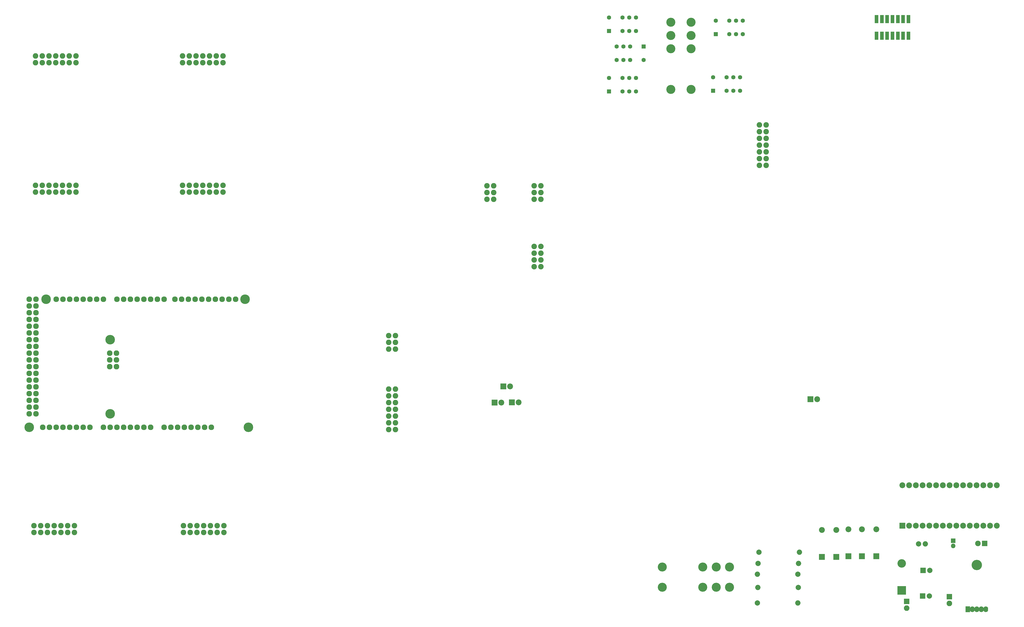
<source format=gbr>
G04 #@! TF.FileFunction,Soldermask,Top*
%FSLAX46Y46*%
G04 Gerber Fmt 4.6, Leading zero omitted, Abs format (unit mm)*
G04 Created by KiCad (PCBNEW 4.0.6) date 02/21/20 15:01:47*
%MOMM*%
%LPD*%
G01*
G04 APERTURE LIST*
%ADD10C,0.100000*%
%ADD11O,2.127200X2.127200*%
%ADD12C,3.600000*%
%ADD13C,2.082800*%
%ADD14R,2.000000X2.000000*%
%ADD15C,2.000000*%
%ADD16R,2.200000X2.200000*%
%ADD17C,2.200000*%
%ADD18O,2.200000X2.200000*%
%ADD19R,3.200000X3.200000*%
%ADD20O,3.200000X3.200000*%
%ADD21R,1.600000X1.600000*%
%ADD22C,1.600000*%
%ADD23R,2.100000X2.100000*%
%ADD24O,2.100000X2.100000*%
%ADD25R,1.750000X1.750000*%
%ADD26O,1.750000X1.750000*%
%ADD27C,3.400000*%
%ADD28O,3.900000X3.900000*%
%ADD29R,1.750000X2.200000*%
%ADD30O,1.750000X2.200000*%
%ADD31O,2.000000X2.000000*%
%ADD32R,1.400000X3.150000*%
G04 APERTURE END LIST*
D10*
D11*
X163932000Y-219456000D03*
X161392000Y-219456000D03*
X161392000Y-216916000D03*
X163932000Y-216916000D03*
X161392000Y-214376000D03*
X176759000Y-242316000D03*
X181839000Y-242316000D03*
X184379000Y-242316000D03*
X186919000Y-242316000D03*
X189459000Y-242316000D03*
X191999000Y-242316000D03*
X194539000Y-242316000D03*
X197079000Y-242316000D03*
X141199000Y-194056000D03*
X143739000Y-194056000D03*
X146279000Y-194056000D03*
X148819000Y-194056000D03*
X151359000Y-194056000D03*
X153899000Y-194056000D03*
X156439000Y-194056000D03*
X158979000Y-194056000D03*
X164059000Y-194056000D03*
X166599000Y-194056000D03*
X169139000Y-194056000D03*
X171679000Y-194056000D03*
X174219000Y-194056000D03*
X176759000Y-194056000D03*
X179299000Y-194056000D03*
X181839000Y-194056000D03*
X201143000Y-194056000D03*
X185903000Y-194056000D03*
X188443000Y-194056000D03*
X190983000Y-194056000D03*
D12*
X161519000Y-237236000D03*
X161519000Y-209296000D03*
X137389000Y-194056000D03*
X212319000Y-194056000D03*
X131039000Y-242316000D03*
X213589000Y-242316000D03*
D11*
X208763000Y-194056000D03*
X206223000Y-194056000D03*
X203683000Y-194056000D03*
X198603000Y-194056000D03*
X196063000Y-194056000D03*
X193523000Y-194056000D03*
X199619000Y-242316000D03*
X174219000Y-242316000D03*
X171679000Y-242316000D03*
X169139000Y-242316000D03*
X166599000Y-242316000D03*
X164059000Y-242316000D03*
X161519000Y-242316000D03*
X158979000Y-242316000D03*
X153899000Y-242316000D03*
X151359000Y-242316000D03*
X148819000Y-242316000D03*
X146279000Y-242316000D03*
X143739000Y-242316000D03*
X141199000Y-242316000D03*
X138659000Y-242316000D03*
X136119000Y-242316000D03*
X133579000Y-194056000D03*
X131039000Y-194056000D03*
X133579000Y-196596000D03*
X131039000Y-196596000D03*
X133579000Y-199136000D03*
X131039000Y-199136000D03*
X133579000Y-201676000D03*
X131039000Y-201676000D03*
X133579000Y-204216000D03*
X131039000Y-204216000D03*
X133579000Y-206756000D03*
X131039000Y-206756000D03*
X133579000Y-209296000D03*
X131039000Y-209296000D03*
X133579000Y-211836000D03*
X131039000Y-211836000D03*
X133579000Y-214376000D03*
X131039000Y-214376000D03*
X133579000Y-216916000D03*
X131039000Y-216916000D03*
X133579000Y-219456000D03*
X131039000Y-219456000D03*
X133579000Y-221996000D03*
X131039000Y-221996000D03*
X133579000Y-224536000D03*
X131039000Y-224536000D03*
X133579000Y-227076000D03*
X131039000Y-227076000D03*
X133579000Y-229616000D03*
X131039000Y-229616000D03*
X133579000Y-232156000D03*
X131039000Y-232156000D03*
X133579000Y-234696000D03*
X131039000Y-234696000D03*
X133579000Y-237236000D03*
X131039000Y-237236000D03*
X163932000Y-214376000D03*
D13*
X133400000Y-102400000D03*
X133400000Y-104940000D03*
X135940000Y-102400000D03*
X135940000Y-104940000D03*
X138480000Y-102400000D03*
X138480000Y-104940000D03*
X141020000Y-102400000D03*
X141020000Y-104940000D03*
X143560000Y-102400000D03*
X143560000Y-104940000D03*
X146100000Y-102400000D03*
X146100000Y-104940000D03*
X148640000Y-102400000D03*
X148640000Y-104940000D03*
X188800000Y-102400000D03*
X188800000Y-104940000D03*
X191340000Y-102400000D03*
X191340000Y-104940000D03*
X193880000Y-102400000D03*
X193880000Y-104940000D03*
X196420000Y-102400000D03*
X196420000Y-104940000D03*
X198960000Y-102400000D03*
X198960000Y-104940000D03*
X201500000Y-102400000D03*
X201500000Y-104940000D03*
X204040000Y-102400000D03*
X204040000Y-104940000D03*
X188800000Y-151200000D03*
X188800000Y-153740000D03*
X191340000Y-151200000D03*
X191340000Y-153740000D03*
X193880000Y-151200000D03*
X193880000Y-153740000D03*
X196420000Y-151200000D03*
X196420000Y-153740000D03*
X198960000Y-151200000D03*
X198960000Y-153740000D03*
X201500000Y-151200000D03*
X201500000Y-153740000D03*
X204040000Y-151200000D03*
X204040000Y-153740000D03*
X133400000Y-151200000D03*
X133400000Y-153740000D03*
X135940000Y-151200000D03*
X135940000Y-153740000D03*
X138480000Y-151200000D03*
X138480000Y-153740000D03*
X141020000Y-151200000D03*
X141020000Y-153740000D03*
X143560000Y-151200000D03*
X143560000Y-153740000D03*
X146100000Y-151200000D03*
X146100000Y-153740000D03*
X148640000Y-151200000D03*
X148640000Y-153740000D03*
X148100000Y-282000000D03*
X148100000Y-279460000D03*
X145560000Y-282000000D03*
X145560000Y-279460000D03*
X143020000Y-282000000D03*
X143020000Y-279460000D03*
X140480000Y-282000000D03*
X140480000Y-279460000D03*
X137940000Y-282000000D03*
X137940000Y-279460000D03*
X135400000Y-282000000D03*
X135400000Y-279460000D03*
X132860000Y-282000000D03*
X132860000Y-279460000D03*
X204343000Y-282000000D03*
X204343000Y-279460000D03*
X201803000Y-282000000D03*
X201803000Y-279460000D03*
X199263000Y-282000000D03*
X199263000Y-279460000D03*
X196723000Y-282000000D03*
X196723000Y-279460000D03*
X194183000Y-282000000D03*
X194183000Y-279460000D03*
X191643000Y-282000000D03*
X191643000Y-279460000D03*
X189103000Y-282000000D03*
X189103000Y-279460000D03*
X269000000Y-243200000D03*
X266460000Y-243200000D03*
X269000000Y-240660000D03*
X266460000Y-240660000D03*
X269000000Y-238120000D03*
X266460000Y-238120000D03*
X269000000Y-235580000D03*
X266460000Y-235580000D03*
X269000000Y-233040000D03*
X266460000Y-233040000D03*
X269000000Y-230500000D03*
X266460000Y-230500000D03*
X269000000Y-227960000D03*
X266460000Y-227960000D03*
X408600000Y-143600000D03*
X406060000Y-143600000D03*
X408600000Y-141060000D03*
X406060000Y-141060000D03*
X408600000Y-138520000D03*
X406060000Y-138520000D03*
X408600000Y-135980000D03*
X406060000Y-135980000D03*
X408600000Y-133440000D03*
X406060000Y-133440000D03*
X408600000Y-130900000D03*
X406060000Y-130900000D03*
X408600000Y-128360000D03*
X406060000Y-128360000D03*
X323800000Y-156400000D03*
X321260000Y-156400000D03*
X323800000Y-153860000D03*
X321260000Y-153860000D03*
X323800000Y-151320000D03*
X321260000Y-151320000D03*
X306000000Y-156400000D03*
X303460000Y-156400000D03*
X306000000Y-153860000D03*
X303460000Y-153860000D03*
X306000000Y-151320000D03*
X303460000Y-151320000D03*
X323800000Y-181800000D03*
X321260000Y-181800000D03*
X323800000Y-179260000D03*
X321260000Y-179260000D03*
X323800000Y-176720000D03*
X321260000Y-176720000D03*
X323800000Y-174180000D03*
X321260000Y-174180000D03*
D14*
X467538000Y-305918000D03*
D15*
X470038000Y-305918000D03*
D14*
X467716000Y-296316000D03*
D15*
X470216000Y-296316000D03*
D16*
X312852000Y-232995000D03*
D17*
X315392000Y-232995000D03*
D16*
X429616000Y-291236000D03*
D18*
X429616000Y-281076000D03*
D16*
X434975000Y-291186000D03*
D18*
X434975000Y-281026000D03*
D16*
X450113000Y-290957000D03*
D18*
X450113000Y-280797000D03*
D16*
X444627000Y-290957000D03*
D18*
X444627000Y-280797000D03*
D16*
X425298000Y-231800000D03*
D17*
X427838000Y-231800000D03*
D19*
X459613000Y-303809000D03*
D20*
X459613000Y-293649000D03*
D16*
X439598000Y-290957000D03*
D18*
X439598000Y-280797000D03*
D16*
X309601000Y-226924000D03*
D17*
X312141000Y-226924000D03*
D16*
X306350000Y-233071000D03*
D17*
X308890000Y-233071000D03*
D21*
X388622000Y-115519000D03*
D22*
X388622000Y-110439000D03*
X393702000Y-115519000D03*
X398782000Y-110439000D03*
X396242000Y-115519000D03*
X398782000Y-115519000D03*
X393702000Y-110439000D03*
X396242000Y-110439000D03*
D21*
X349455000Y-115748000D03*
D22*
X349455000Y-110668000D03*
X354535000Y-115748000D03*
X359615000Y-110668000D03*
X357075000Y-115748000D03*
X359615000Y-115748000D03*
X354535000Y-110668000D03*
X357075000Y-110668000D03*
D21*
X362431000Y-98882000D03*
D22*
X362431000Y-103962000D03*
X357351000Y-98882000D03*
X352271000Y-103962000D03*
X354811000Y-98882000D03*
X352271000Y-98882000D03*
X357351000Y-103962000D03*
X354811000Y-103962000D03*
D21*
X349404000Y-92964000D03*
D22*
X349404000Y-87884000D03*
X354484000Y-92964000D03*
X359564000Y-87884000D03*
X357024000Y-92964000D03*
X359564000Y-92964000D03*
X354484000Y-87884000D03*
X357024000Y-87884000D03*
D21*
X389638000Y-94183200D03*
D22*
X389638000Y-89103200D03*
X394718000Y-94183200D03*
X399798000Y-89103200D03*
X397258000Y-94183200D03*
X399798000Y-94183200D03*
X394718000Y-89103200D03*
X397258000Y-89103200D03*
D23*
X477596000Y-306172000D03*
D24*
X477596000Y-308712000D03*
D16*
X459892000Y-279476000D03*
D17*
X462432000Y-279476000D03*
X464972000Y-279476000D03*
X467512000Y-279476000D03*
X470052000Y-279476000D03*
X472592000Y-279476000D03*
X475132000Y-279476000D03*
X477672000Y-279476000D03*
X480212000Y-279476000D03*
X482752000Y-279476000D03*
X485292000Y-279476000D03*
X487832000Y-279476000D03*
X490372000Y-279476000D03*
X492912000Y-279476000D03*
X495452000Y-279476000D03*
X495452000Y-264236000D03*
X492912000Y-264236000D03*
X490372000Y-264236000D03*
X487832000Y-264236000D03*
X485292000Y-264236000D03*
X482752000Y-264236000D03*
X480212000Y-264236000D03*
X477672000Y-264236000D03*
X475132000Y-264236000D03*
X472592000Y-264236000D03*
X470052000Y-264236000D03*
X467512000Y-264236000D03*
X464972000Y-264236000D03*
X462432000Y-264236000D03*
X459892000Y-264236000D03*
D25*
X479069000Y-285090000D03*
D26*
X479069000Y-287090000D03*
D27*
X372720000Y-115011000D03*
X380340000Y-115011000D03*
X372720000Y-94691000D03*
X380340000Y-89691000D03*
X380340000Y-99691000D03*
X372720000Y-99691000D03*
X380340000Y-94691000D03*
X372720000Y-89691000D03*
D28*
X487956000Y-294236000D03*
D29*
X484556000Y-310896000D03*
D30*
X486256000Y-310896000D03*
X487956000Y-310896000D03*
X489656000Y-310896000D03*
X491356000Y-310896000D03*
D23*
X490880000Y-286131000D03*
D24*
X488340000Y-286131000D03*
D15*
X465988000Y-286334000D03*
D31*
X468528000Y-286334000D03*
D23*
X461518000Y-307950000D03*
D24*
X461518000Y-310490000D03*
D32*
X450184000Y-88543600D03*
X450184000Y-94793600D03*
X452184000Y-88543600D03*
X452184000Y-94793600D03*
X454184000Y-88543600D03*
X454184000Y-94793600D03*
X456184000Y-88543600D03*
X456184000Y-94793600D03*
X458184000Y-88543600D03*
X458184000Y-94793600D03*
X460184000Y-88543600D03*
X460184000Y-94793600D03*
X462184000Y-88543600D03*
X462184000Y-94793600D03*
D15*
X405308000Y-308559000D03*
D31*
X420548000Y-308559000D03*
D15*
X405587000Y-293649000D03*
D31*
X420827000Y-293649000D03*
D15*
X405867000Y-289458000D03*
D31*
X421107000Y-289458000D03*
D15*
X420675000Y-302692000D03*
D31*
X405435000Y-302692000D03*
D15*
X420548000Y-297739000D03*
D31*
X405308000Y-297739000D03*
D13*
X268986000Y-212877000D03*
X266446000Y-212877000D03*
X268986000Y-210337000D03*
X266446000Y-210337000D03*
X268986000Y-207797000D03*
X266446000Y-207797000D03*
D27*
X369443000Y-295021000D03*
X369443000Y-302641000D03*
X389763000Y-295021000D03*
X394763000Y-302641000D03*
X384763000Y-302641000D03*
X384763000Y-295021000D03*
X389763000Y-302641000D03*
X394763000Y-295021000D03*
M02*

</source>
